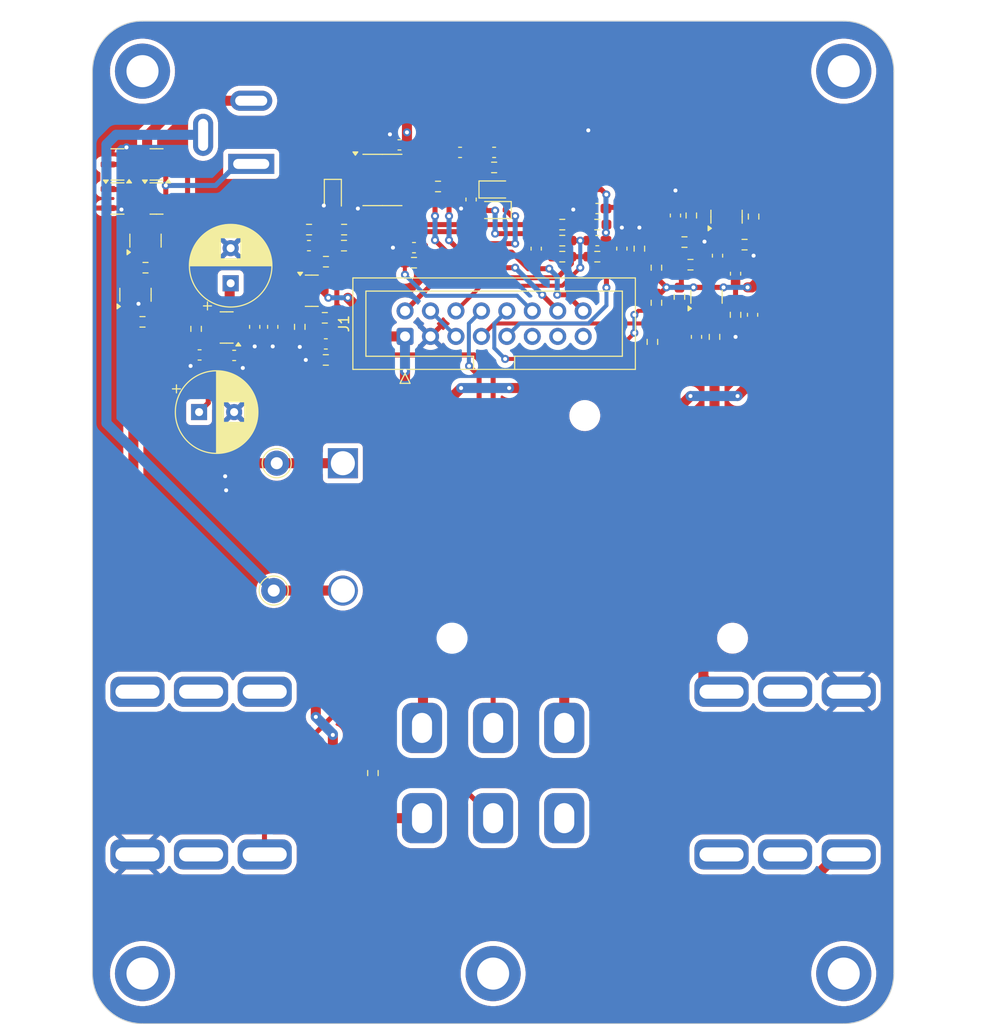
<source format=kicad_pcb>
(kicad_pcb (version 20241229) (generator "pcbnew") (generator_version "9.0")
  (layers (0 "F.Cu" signal) (2 "B.Cu" signal) (13 "F.Paste" user) (15 "B.Paste" user) (5 "F.SilkS" user "F.Silkscreen") (7 "B.SilkS" user "B.Silkscreen") (1 "F.Mask" user) (3 "B.Mask" user) (25 "Edge.Cuts" user))
  (net 0 "")
  (net 1 "0")
  (net 2 "BJT_GAIN")
  (net 3 "Net-(C10-Pad2)")
  (net 4 "BAT-")
  (net 5 "Net-(Q4-B)")
  (net 6 "Net-(C7-Pad2)")
  (net 7 "4V5")
  (net 8 "Net-(C9-Pad1)")
  (net 9 "Net-(Q1-B)")
  (net 10 "BAT+")
  (net 11 "9V")
  (net 12 "Net-(C19-Pad1)")
  (net 13 "Net-(J1A-Pin_6)")
  (net 14 "IN_BUFF")
  (net 15 "Net-(C11-Pad1)")
  (net 16 "Net-(Q2-B)")
  (net 17 "Net-(Q3-B)")
  (net 18 "Net-(Q2-E)")
  (net 19 "OP_OUT")
  (net 20 "/SW_MID")
  (net 21 "/SW_ON")
  (net 24 "Net-(C24-Pad2)")
  (net 26 "Net-(C25-Pad1)")
  (net 27 "Net-(J1C-Pin_16)")
  (net 28 "Net-(J1C-Pin_12)")
  (net 30 "Net-(SW1A-C)")
  (net 31 "Net-(D4-K)")
  (net 32 "Net-(J1E-Pin_10)")
  (net 33 "TONE_OUT")
  (net 35 "Net-(Q4-E)")
  (net 36 "Net-(U1B--)")
  (net 37 "Net-(R19-Pad1)")
  (net 38 "Net-(R33-Pad2)")
  (net 39 "OP_BUFF")
  (net 40 "Net-(J1A-Pin_2)")
  (net 41 "Net-(J1D-Pin_8)")
  (net 43 "Net-(J1B-Pin_7)")
  (net 44 "Net-(J1C-Pin_14)")
  (net 47 "IN_CONNECT")
  (net 50 "CONN+")
  (net 51 "CONN-")
  (net 52 "REG_IN")
  (net 53 "Net-(Q17-D)")
  (net 54 "Net-(SW1B-B)")
  (net 56 "/OUTPUT")
  (net 57 "/INPUT")
  (footprint "Capacitor_SMD:C_0603_1608Metric_Pad1.08x0.95mm_HandSolder" (layer "F.Cu") (at 87.8 67.8 90)
    (property "Reference" "C21" (hide yes))
    (property "Value" "10n")
  )
  (footprint "Diode_SMD:D_SOD-323" (layer "F.Cu") (at 90.2 66.8)
    (property "Reference" "D6" (hide yes))
    (property "Value" "1N4148WS")
  )
  (footprint "Resistor_SMD:R_0603_1608Metric_Pad0.98x0.95mm_HandSolder" (layer "F.Cu") (at 60.35 80.7 90)
    (property "Reference" "R16" (hide yes))
    (property "Value" "1k")
  )
  (footprint "Resistor_SMD:R_0603_1608Metric_Pad0.98x0.95mm_HandSolder" (layer "F.Cu") (at 96.9 71.9)
    (property "Reference" "R30" (hide yes))
    (property "Value" "6.8k")
  )
  (footprint "Resistor_SMD:R_0603_1608Metric_Pad0.98x0.95mm_HandSolder" (layer "F.Cu") (at 75.1125 72.4 180)
    (property "Reference" "R33" (hide yes))
    (property "Value" "510k")
  )
  (footprint "Resistor_SMD:R_0603_1608Metric_Pad0.98x0.95mm_HandSolder" (layer "F.Cu") (at 114.2 79.3 -90)
    (property "Reference" "R17" (hide yes))
    (property "Value" "10k")
  )
  (footprint "Package_TO_SOT_SMD:SOT-23" (layer "F.Cu") (at 56.4 67.7)
    (property "Reference" "Q9" (hide yes))
    (property "Value" "AO3401A")
  )
  (footprint "Resistor_SMD:R_0603_1608Metric_Pad0.98x0.95mm_HandSolder" (layer "F.Cu") (at 106.3 78.1 -90)
    (property "Reference" "R37" (hide yes))
    (property "Value" "2.2k")
  )
  (footprint "Resistor_SMD:R_0603_1608Metric_Pad0.98x0.95mm_HandSolder" (layer "F.Cu") (at 115.1 72.3)
    (property "Reference" "R24" (hide yes))
    (property "Value" "22")
  )
  (footprint "Capacitor_SMD:C_0603_1608Metric_Pad1.08x0.95mm_HandSolder" (layer "F.Cu") (at 100.4 71.9)
    (property "Reference" "C26" (hide yes))
    (property "Value" "100n")
  )
  (footprint "Capacitor_SMD:C_0603_1608Metric_Pad1.08x0.95mm_HandSolder" (layer "F.Cu") (at 110.3 81.5 90)
    (property "Reference" "C9" (hide yes))
    (property "Value" "47n")
  )
  (footprint "pedale:Jack_6.35mm" (layer "F.Cu") (at 112.8 116.885)
    (property "Reference" "J6" (hide yes))
    (property "Value" "Jack_6.35")
  )
  (footprint "Resistor_SMD:R_0603_1608Metric_Pad0.98x0.95mm_HandSolder" (layer "F.Cu") (at 73.3125 74 180)
    (property "Reference" "R34" (hide yes))
    (property "Value" "510k")
  )
  (footprint "Capacitor_SMD:C_0603_1608Metric_Pad1.08x0.95mm_HandSolder" (layer "F.Cu") (at 64.15 83.35)
    (property "Reference" "C13" (hide yes))
    (property "Value" "10u")
  )
  (footprint "Capacitor_SMD:C_0603_1608Metric_Pad1.08x0.95mm_HandSolder" (layer "F.Cu") (at 108.2 69.39375 90)
    (property "Reference" "C22" (hide yes))
    (property "Value" "220p")
  )
  (footprint "pedale:BatteryHolder_Eagle_12BH611-GR" (layer "F.Cu") (at 75 94.1 180)
    (property "Reference" "BT1" (hide yes))
    (property "Value" "Battery_Cell")
  )
  (footprint "Capacitor_SMD:C_0603_1608Metric_Pad1.08x0.95mm_HandSolder" (layer "F.Cu") (at 102.85 72.7 90)
    (property "Reference" "C14" (hide yes))
    (property "Value" "10u")
  )
  (footprint "Resistor_SMD:R_0603_1608Metric_Pad0.98x0.95mm_HandSolder" (layer "F.Cu") (at 96.9 70.3 180)
    (property "Reference" "R5" (hide yes))
    (property "Value" "47k")
  )
  (footprint "Resistor_SMD:R_0603_1608Metric_Pad0.98x0.95mm_HandSolder" (layer "F.Cu") (at 109.785 69.39375 90)
    (property "Reference" "R12" (hide yes))
    (property "Value" "470k")
  )
  (footprint "Resistor_SMD:R_0603_1608Metric_Pad0.98x0.95mm_HandSolder" (layer "F.Cu") (at 116 69.5 90)
    (property "Reference" "R25" (hide yes))
    (property "Value" "10k")
  )
  (footprint "Capacitor_SMD:C_0603_1608Metric_Pad1.08x0.95mm_HandSolder" (layer "F.Cu") (at 82.1 72.6)
    (property "Reference" "C24" (hide yes))
    (property "Value" "470n")
  )
  (footprint "pedale:M3_hole_with_spacer" (layer "F.Cu") (at 125 55)
    (property "Reference" "H2" (hide yes))
    (property "Value" "MountingHole")
  )
  (footprint "Resistor_SMD:R_0603_1608Metric_Pad0.98x0.95mm_HandSolder" (layer "F.Cu") (at 73.3 83.8 180)
    (property "Reference" "R21" (hide yes))
    (property "Value" "100k")
  )
  (footprint "pedale:M3_hole_with_spacer" (layer "F.Cu") (at 55 145)
    (property "Reference" "H3" (hide yes))
    (property "Value" "MountingHole")
  )
  (footprint "Resistor_SMD:R_0603_1608Metric_Pad0.98x0.95mm_HandSolder" (layer "F.Cu") (at 75.125 70.8 180)
    (property "Reference" "R32" (hide yes))
    (property "Value" "510k")
  )
  (footprint "Capacitor_SMD:C_0603_1608Metric_Pad1.08x0.95mm_HandSolder" (layer "F.Cu") (at 90.1 63.1)
    (property "Reference" "C7" (hide yes))
    (property "Value" "470n")
  )
  (footprint "Capacitor_SMD:C_0603_1608Metric_Pad1.08x0.95mm_HandSolder" (layer "F.Cu") (at 60.7 83.3)
    (property "Reference" "C18" (hide yes))
    (property "Value" "100n")
  )
  (footprint "Capacitor_SMD:C_0603_1608Metric_Pad1.08x0.95mm_HandSolder" (layer "F.Cu") (at 68 80.5 -90)
    (property "Reference" "C16" (hide yes))
    (property "Value" "10u")
  )
  (footprint "pedale:bottom_plate" (layer "F.Cu") (at 50 50)
    (property "Reference" "P2" (hide yes))
    (property "Value" "bottom_panel")
  )
  (footprint "Resistor_SMD:R_0603_1608Metric_Pad0.98x0.95mm_HandSolder" (layer "F.Cu") (at 73.2 79.6 180)
    (property "Reference" "R11" (hide yes))
    (property "Value" "1k")
  )
  (footprint "Resistor_SMD:R_0603_1608Metric_Pad0.98x0.95mm_HandSolder" (layer "F.Cu") (at 55 80 180)
    (property "Reference" "R35" (hide yes))
    (property "Value" "100k")
  )
  (footprint "Resistor_SMD:R_0603_1608Metric_Pad0.98x0.95mm_HandSolder" (layer "F.Cu") (at 108.6 77.5 90)
    (property "Reference" "R15" (hide yes))
    (property "Value" "470k")
  )
  (footprint "Capacitor_SMD:C_0603_1608Metric_Pad1.08x0.95mm_HandSolder" (layer "F.Cu") (at 66.2 80.5 -90)
    (property "Reference" "C15" (hide yes))
    (property "Value" "10u")
  )
  (footprint "Resistor_SMD:R_0603_1608Metric_Pad0.98x0.95mm_HandSolder" (layer "F.Cu") (at 100.4 73.5)
    (property "Reference" "R29" (hide yes))
    (property "Value" "6.8k")
  )
  (footprint "Diode_SMD:D_SOD-323" (layer "F.Cu") (at 90.2 68.85 180)
    (property "Reference" "D7" (hide yes))
    (property "Value" "1N4148WS")
  )
  (footprint "Resistor_SMD:R_0603_1608Metric_Pad0.98x0.95mm_HandSolder" (layer "F.Cu") (at 96.9 73.5)
    (property "Reference" "R28" (hide yes))
    (property "Value" "2.2k")
  )
  (footprint "Package_TO_SOT_SMD:SOT-23" (layer "F.Cu") (at 113.3 69.5125 90)
    (property "Reference" "Q4" (hide yes))
    (property "Value" "MMBT5551")
  )
  (footprint "pedale:boss_DS1_front_plate" (layer "F.Cu") (at 50 50)
    (property "Reference" "P1" (hide yes))
    (property "Value" "boss_DS1_front_panel")
  )
  (footprint "Package_TO_SOT_SMD:SOT-23" (layer "F.Cu") (at 54.3 77.3 90)
    (property "Reference" "Q17" (hide yes))
    (property "Value" "AO3400A")
  )
  (footprint "pedale:foot_switch_tht_no_pad" (layer "F.Cu") (at 90 125)
    (property "Reference" "SW1" (hide yes))
    (property "Value" "pedala_switch")
  )
  (footprint "pedale:floating_green_led" (layer "F.Cu") (at 74 138 180)
    (property "Reference" "D8" (hide yes))
    (property "Value" "floating_green_led")
  )
  (footprint "Package_TO_SOT_SMD:SOT-23" (layer "F.Cu") (at 63.4 80.5625 180)
    (property "Reference" "Q3" (hide yes))
    (property "Value" "MMBT5551")
  )
  (footprint "pedale:M3_hole_with_spacer" (layer "F.Cu") (at 125 145)
    (property "Reference" "H5" (hide yes))
    (property "Value" "MountingHole")
  )
  (footprint "Capacitor_SMD:C_0603_1608Metric_Pad1.08x0.95mm_HandSolder" (layer "F.Cu") (at 73.3 82.2)
    (property "Reference" "C11" (hide yes))
    (property "Value" "1u")
  )
  (footprint "Capacitor_SMD:C_0603_1608Metric_Pad1.08x0.95mm_HandSolder" (layer "F.Cu") (at 94.3 72.7 90)
    (property "Reference" "C25" (hide yes))
    (property "Value" "22n")
  )
  (footprint "pedale:Jack_6.35mm" (layer "F.Cu") (at 67.2 133.115 180)
    (property "Reference" "J2" (hide yes))
    (property "Value" "Jack_6.35")
  )
  (footprint "Package_TO_SOT_SMD:SOT-23" (layer "F.Cu") (at 55.3 71.9 90)
    (property "Reference" "Q7" (hide yes))
    (property "Value" "AO3401A")
  )
  (footprint "Package_TO_SOT_SMD:SOT-23" (layer "F.Cu") (at 52.5 64.3 180)
    (property "Reference" "Q16" (hide yes))
    (property "Value" "AO3400A")
  )
  (footprint "Resistor_SMD:R_0603_1608Metric_Pad0.98x0.95mm_HandSolder" (layer "F.Cu") (at 112.1 81.5 -90)
    (property "Reference" "R13" (hide yes))
    (property "Value" "1k")
  )
  (footprint "Package_SO:SOIC-8_3.9x4.9mm_P1.27mm" (layer "F.Cu") (at 78.95 65.85)
    (property "Reference" "U1" (hide yes))
    (property "Value" "NE5532")
  )
  (footprint "Package_TO_SOT_SMD:SOT-23" (layer "F.Cu") (at 71.9 76.9)
    (property "Reference" "Q2" (hide yes))
    (property "Value" "MMBT5551")
  )
  (footprint "Resistor_SMD:R_0603_1608Metric_Pad0.98x0.95mm_HandSolder" (layer "F.Cu") (at 106.3 74.6 90)
    (property "Reference" "R22" (hide yes))
    (property "Value" "10k")
  )
  (footprint "Resistor_SMD:R_0603_1608Metric_Pad0.98x0.95mm_HandSolder" (layer "F.Cu") (at 70.7 80.5 -90)
    (property "Reference" "R20" (hide yes))
    (property "Value" "10k")
  )
  (footprint "Package_TO_SOT_SMD:SOT-23" (layer "F.Cu") (at 52.5 67.7)
    (property "Reference" "Q15" (hide yes))
    (property "Value" "AO3400A")
  )
  (footprint "pedale:M3_hole_with_spacer" (layer "F.Cu") (at 90 145)
    (property "Reference" "H4" (hide yes))
    (property "Value" "MountingHole")
  )
  (footprint "Resistor_SMD:R_0603_1608Metric_Pad0.98x0.95mm_HandSolder" (layer "F.Cu") (at 105.9 82 -90)
    (property "Reference" "R31" (hide yes))
    (property "Value" "10k")
  )
  (footprint "Package_TO_SOT_SMD:SOT-23" (layer "F.Cu") (at 56.4 64.3 180)
    (property "Reference" "Q11" (hide yes))
    (property "Value" "AO3401A")
  )
  (footprint "pedale:IDC-Header_2x08_P2.54mm_Vertical" (layer "F.Cu") (at 81.21 81.4525 90)
    (property "Reference" "J1")
    (property "Value" "top_panel_connector")
  )
  (footprint "Resistor_SMD:R_0603_1608Metric_Pad0.98x0.95mm_HandSolder" (layer "F.Cu") (at 104.6 72.7 90)
    (property "Reference" "R23" (hide yes))
    (property "Value" "10k")
  )
  (footprint "TestPoint:TestPoint_THTPad_D2.5mm_Drill1.2mm" (layer "F.Cu") (at 68.4 94.1)
    (property "Reference" "J7" (hide yes))
    (property "Value" "Conn_01x01_Socket")
  )
  (footprint "Capacitor_SMD:C_0603_1608Metric_Pad1.08x0.95mm_HandSolder" (layer "F.Cu") (at 115.9 79.3 -90)
    (property "Reference" "C27" (hide yes))
    (property "Value" "47n")
  )
  (footprint "pedale:floating_red_led" (layer "F.Cu") (at 106 138 180)
    (property "Reference" "D9" (hide yes))
    (property "Value" "floating_red_led")
  )
  (footprint "Resistor_SMD:R_0603_1608Metric_Pad0.98x0.95mm_HandSolder" (layer "F.Cu") (at 109.1 72.04375)
    (property "Reference" "R10" (hide yes))
    (property "Value" "100k")
  )
  (footprint "Capacitor_SMD:C_0603_1608Metric_Pad1.08x0.95mm_HandSolder" (layer "F.Cu") (at 100.4 68.7 180)
    (property "Reference" "C10" (hide yes))
    (property "Value" "47n")
  )
  (footprint "Package_TO_SOT_SMD:SOT-23" (layer "F.Cu") (at 111.3 77.5 90)
    (property "Reference" "Q1" (hide yes))
    (property "Value" "MMBT5551")
  )
  (footprint "Capacitor_SMD:C_0603_1608Metric_Pad1.08x0.95mm_HandSolder" (layer "F.Cu") (at 114.2 75.2 90)
    (property "Reference" "C23" (hide yes))
    (property "Value" "470n")
  )
  (footprint "Capacitor_SMD:C_0603_1608Metric_Pad1.08x0.95mm_HandSolder" (layer "F.Cu") (at 112.4 73.4 90)
    (property "Reference" "C19" (hide yes))
    (property "Value" "47n")
  )
  (footprint "Capacitor_SMD:C_0603_1608Metric_Pad1.08x0.95mm_HandSolder" (layer "F.Cu") (at 71.6125 72.4 180)
    (property "Reference" "C12" (hide yes))
    (property "Value" "47n")
  )
  (footprint "Resistor_SMD:R_0603_1608Metric_Pad0.98x0.95mm_HandSolder" (layer "F.Cu") (at 82.1 74.1 180)
    (property "Reference" "R4" (hide yes))
    (property "Value" "4.7k")
  )
  (footprint "Resistor_SMD:R_0603_1608Metric_Pad0.98x0.95mm_HandSolder" (layer "F.Cu") (at 84.5 66.5)
    (property "Reference" "R6" (hide yes))
    (property "Value" "100k")
  )
  (footprint "Resistor_SMD:R_0603_1608Metric_Pad0.98x0.95mm_HandSolder" (layer "F.Cu") (at 78 125 90)
    (property "Reference" "R38" (hide yes))
    (property "Value" "2.2k")
  )
  (footprint "TestPoint:TestPoint_THTPad_D2.5mm_Drill1.2mm" (layer "F.Cu") (at 68.1 106.8)
    (property "Reference" "J8" (hide yes))
    (property "Value" "Conn_01x01_Socket")
  )
  (footprint "Capacitor_THT:CP_Radial_D8.0mm_P3.50mm" (layer "F.Cu") (at 60.647349 89)
    (property "Reference" "C8" (hide yes))
    (property "Value" "470u")
  )
  (footprint "Resistor_SMD:R_0603_1608Metric_Pad0.98x0.95mm_HandSolder" (layer "F.Cu") (at 100.4 70.3 180)
    (property "Reference" "R3" (hide yes))
    (property "Value" "100k")
  )
  (footprint "Resistor_SMD:R_0603_1608Metric_Pad0.98x0.95mm_HandSolder" (layer "F.Cu") (at 55.3 74.6 180)
    (property "Reference" "R36" (hide yes))
    (property "Value" "100k")
  )
  (footprint "Capacitor_SMD:C_0603_1608Metric_Pad1.08x0.95mm_HandSolder" (layer "F.Cu") (at 80.65 62.35)
    (property "Reference" "C17" (hide yes))
    (property "Value" "100n")
  )
  (footprint "Diode_SMD:D_SOD-323" (layer "F.Cu") (at 74 67.4 -90)
    (property "Reference" "D4" (hide yes))
    (property "Value" "1N4148WS")
  )
  (footprint "pedale:BarrelJack" (layer "F.Cu") (at 65.85 64.25 180)
    (property "Reference" "J9" (hide yes))
    (property "Value" "Barrel_Jack_Switch")
  )
  (footprint "Capacitor_THT:CP_Radial_D8.0mm_P3.50mm" (layer "F.Cu") (at 63.8 76.152651 90)
    (property "Reference" "C2" (hide yes))
    (property "Value" "470u")
  )
  (footprint "Capacitor_SMD:C_0603_1608Metric_Pad1.08x0.95mm_HandSolder" (layer "F.Cu") (at 86.7 63.1 180)
    (property "Reference" "C20" (hide yes))
    (property "Value" "100p")
  )
  (footprint "pedale:M3_hole_with_spacer" (layer "F.Cu") (at 55 55)
    (property "Reference" "H1" (hide yes))
    (property "Value" "MountingHole")
  )
  (footprint "Resistor_SMD:R_0603_1608Metric_Pad0.98x0.95mm_HandSolder" (layer "F.Cu") (at 90.1 64.6)
    (property "Reference" "R14" (hide yes))
    (property "Value" "2.2k")
  )
  (footprint "Resistor_SMD:R_0603_1608Metric_Pad0.98x0.95mm_HandSolder" (layer "F.Cu") (at 71.625 70.8 180)
    (property "Reference" "R19" (hide yes))
    (property "Value" "510k")
  )
  (footprint "Resistor_SMD:R_0603_1608Metric_Pad0.98x0.95mm_HandSolder" (layer "F.Cu") (at 109.7 74.3)
    (property "Reference" "R27" (hide yes))
    (property "Value" "100k")
  )
  (gr_line (start 130 145) (end 130 55) (stroke (width 0.1)) (layer "Edge.Cuts"))
  (gr_arc (start 125 50) (mid 128.535533 51.464467) (end 130 55) (stroke (width 0.1)) (layer "Edge.Cuts"))
  (gr_arc (start 55 150) (mid 51.464467 148.535533) (end 50 145) (stroke (width 0.1)) (layer "Edge.Cuts"))
  (gr_line (start 55 150) (end 125 150) (stroke (width 0.1)) (layer "Edge.Cuts"))
  (gr_arc (start 50 55) (mid 51.464467 51.464467) (end 55 50) (stroke (width 0.1)) (layer "Edge.Cuts"))
  (gr_arc (start 130 145) (mid 128.535533 148.535533) (end 125 150) (stroke (width 0.1)) (layer "Edge.Cuts"))
  (gr_line (start 50 55) (end 50 145) (stroke (width 0.1)) (layer "Edge.Cuts"))
  (gr_line (start 125 50) (end 55 50) (stroke (width 0.1)) (layer "Edge.Cuts"))
  (segment (start 76.5 67.78) (end 76.475 67.755) (width 1) (layer "F.Cu") (net 1))
  (segment (start 114.2 81.5) (end 114.2 80.2125) (width 1) (layer "F.Cu") (net 1))
  (segment (start 71.3 83.8) (end 72.3875 83.8) (width 1) (layer "F.Cu") (net 1))
  (segment (start 86.8 68.7) (end 87.7625 68.7) (width 1) (layer "F.Cu") (net 1))
  (segment (start 79.7 61.3) (end 79.7 62.2625) (width 1) (layer "F.Cu") (net 1))
  (segment (start 110.05625 72) (end 110.0125 72.04375) (width 1) (layer "F.Cu") (net 1))
  (segment (start 53.3875 63.3625) (end 53.425 63.4) (width 0.5) (layer "F.Cu") (net 1))
  (segment (start 53.3875 62.6125) (end 53.3875 63.3625) (width 0.5) (layer "F.Cu") (net 1))
  (segment (start 73.1 68.4) (end 73.95 68.4) (width 1) (layer "F.Cu") (net 1))
  (segment (start 53.4 62.6) (end 53.3875 62.6125) (width 0.5) (layer "F.Cu") (net 1))
  (segment (start 70.7 82.5) (end 70.7 81.4125) (width 1) (layer "F.Cu") (net 1))
  (segment (start 76.5 68.7) (end 76.5 67.78) (width 1) (layer "F.Cu") (net 1))
  (segment (start 79.7 62.2625) (end 79.7875 62.35) (width 1) (layer "F.Cu") (net 1))
  (segment (start 68 82.45) (end 68 81.3625) (width 1) (layer "F.Cu") (net 1))
  (segment (start 54.6 78.2) (end 55.2125 78.2) (width 1) (layer "F.Cu") (net 1))
  (segment (start 111.1 72) (end 110.05625 72) (width 1) (layer "F.Cu") (net 1))
  (segment (start 116 73.4) (end 116 72.3125) (width 1) (layer "F.Cu") (net 1))
  (segment (start 102.85 71.8375) (end 102.85 70.6) (width 0.5) (layer "F.Cu") (net 1))
  (segment (start 80 72.6) (end 81.2375 72.6) (width 1) (layer "F.Cu") (net 1))
  (segment (start 87.7625 68.7) (end 87.8 68.6625) (width 1) (layer "F.Cu") (net 1))
  (segment (start 116 72.3125) (end 116.0125 72.3) (width 1) (layer "F.Cu") (net 1))
  (segment (start 104.6 71.7875) (end 104.6 70.6) (width 0.5) (layer "F.Cu") (net 1))
  (segment (start 65.0125 84.6) (end 65.0125 83.35) (width 0.5) (layer "F.Cu") (net 1))
  (segment (start 73.95 68.4) (end 74 68.45) (width 1) (layer "F.Cu") (net 1))
  (segment (start 55.2125 78.2) (end 55.25 78.2375) (width 1) (layer "F.Cu") (net 1))
  (segment (start 66.2 82.45) (end 66.2 81.3625) (width 1) (layer "F.Cu") (net 1))
  (segment (start 62.95 97.2) (end 63.35 96.8) (width 0.5) (layer "F.Cu") (net 1))
  (via (at 102.85 70.6) (size 0.8) (drill 0.4) (layers "F.Cu" "B.Cu") (net 1))
  (via (at 73.1 68.4) (size 0.8) (drill 0.4) (layers "F.Cu" "B.Cu") (net 1))
  (via (at 108.2 66.9) (size 0.8) (drill 0.4) (layers "F.Cu" "B.Cu") (net 1))
  (via (at 98 68.8) (size 0.8) (drill 0.4) (layers "F.Cu" "B.Cu") (net 1))
  (via (at 68 82.45) (size 0.8) (drill 0.4) (layers "F.Cu" "B.Cu") (net 1))
  (via (at 65.0125 84.6) (size 0.8) (drill 0.4) (layers "F.Cu" "B.Cu") (net 1))
  (via (at 63.35 96.8) (size 0.8) (drill 0.4) (layers "F.Cu" "B.Cu") (net 1))
  (via (at 86.8 68.7) (size 0.8) (drill 0.4) (layers "F.Cu" "B.Cu") (net 1))
  (via (at 111.1 72) (size 0.8) (drill 0.4) (layers "F.Cu" "B.Cu") (net 1))
  (via (at 59.8 84.4) (size 0.8) (drill 0.4) (layers "F.Cu" "B.Cu") (net 1))
  (via (at 79.7 61.3) (size 0.8) (drill 0.4) (layers "F.Cu" "B.Cu") (net 1))
  (via (at 99.5 60.9) (size 0.8) (drill 0.4) (layers "F.Cu" "B.Cu") (net 1))
  (via (at 70.7 82.5) (size 0.8) (drill 0.4) (layers "F.Cu" "B.Cu") (net 1))
  (via (at 76.5 68.7) (size 0.8) (drill 0.4) (layers "F.Cu" "B.Cu") (net 1))
  (via (at 66.2 82.45) (size 0.8) (drill 0.4) (layers "F.Cu" "B.Cu") (net 1))
  (via (at 71.3 83.8) (size 0.8) (drill 0.4) (layers "F.Cu" "B.Cu") (net 1))
  (via (at 116 73.4) (size 0.8) (drill 0.4) (layers "F.Cu" "B.Cu") (net 1))
  (via (at 52.9 68.8) (size 0.8) (drill 0.4) (layers "F.Cu" "B.Cu") (net 1))
  (via (at 54.6 78.2) (size 0.8) (drill 0.4) (layers "F.Cu" "B.Cu") (net 1))
  (via (at 53.4 62.6) (size 0.8) (drill 0.4) (layers "F.Cu" "B.Cu") (net 1))
  (via (at 114.2 81.5) (size 0.8) (drill 0.4) (layers "F.Cu" "B.Cu") (net 1))
  (via (at 63.25 95.4) (size 0.8) (drill 0.4) (layers "F.Cu" "B.Cu") (net 1))
  (via (at 104.6 70.6) (size 0.8) (drill 0.4) (layers "F.Cu" "B.Cu") (net 1))
  (via (at 80 72.6) (size 0.8) (drill 0.4) (layers "F.Cu" "B.Cu") (net 1))
  (segment (start 116 68.5875) (end 101.35 68.5875) (width 0.5) (layer "F.Cu") (net 2))
  (segment (start 97.8125 70.3) (end 99.4275 70.3) (width 0.5) (layer "F.Cu") (net 3))
  (segment (start 99.4525 70.325) (end 99.4525 68.715) (width 0.5) (layer "F.Cu") (net 3))
  (segment (start 99.4525 68.715) (end 99.4375 68.7) (width 0.5) (layer "F.Cu") (net 3))
  (segment (start 99.4275 70.3) (end 99.4525 70.325) (width 0.5) (layer "F.Cu") (net 3))
  (segment (start 68.1 106.8) (end 75 106.8) (width 1) (layer "F.Cu") (net 4))
  (segment (start 61.35 61.0875) (end 61.3 61.1375) (width 0.5) (layer "F.Cu") (net 4))
  (segment (start 51.4 90.1) (end 68.1 106.8) (width 1) (layer "B.Cu") (net 4))
  (segment (start 52.35 61.35) (end 51.4 62.3) (width 1) (layer "B.Cu") (net 4))
  (segment (start 51.4 62.3) (end 51.4 90.1) (width 1) (layer "B.Cu") (net 4))
  (segment (start 61.05 61.35) (end 52.35 61.35) (width 1) (layer "B.Cu") (net 4))
  (segment (start 112.35 70.45) (end 112.35 72.4875) (width 0.5) (layer "F.Cu") (net 5))
  (segment (start 108.1875 70.26875) (end 108.2 70.25625) (width 0.5) (layer "F.Cu") (net 5))
  (segment (start 108.1875 72.04375) (end 108.1875 70.26875) (width 0.5) (layer "F.Cu") (net 5))
  (segment (start 109.735 70.25625) (end 109.785 70.30625) (width 0.5) (layer "F.Cu") (net 5))
  (segment (start 112.35 72.4875) (end 112.4 72.5375) (width 0.5) (layer "F.Cu") (net 5))
  (segment (start 108.2 70.25625) (end 109.735 70.25625) (width 0.5) (layer "F.Cu") (net 5))
  (segment (start 109.785 70.30625) (end 112.20625 70.30625) (width 0.5) (layer "F.Cu") (net 5))
  (segment (start 112.20625 70.30625) (end 112.35 70.45) (width 0.5) (layer "F.Cu") (net 5))
  (segment (start 90.9625 64.55) (end 91.0125 64.6) (width 0.5) (layer "F.Cu") (net 6))
  (segment (start 90.9625 63.1) (end 90.9625 64.55) (width 0.5) (layer "F.Cu") (net 6))
  (segment (start 87.301 71.001) (end 76.2385 71.001) (width 0.5) (layer "F.Cu") (net 7))
  (segment (start 91.85 69.45) (end 91.25 68.85) (width 0.5) (layer "F.Cu") (net 7))
  (segment (start 101.375 73.5625) (end 101.3125 73.5) (width 0.5) (layer "F.Cu") (net 7))
  (segment (start 76.025 70.8125) (end 76.0375 70.8) (width 0.5) (layer "F.Cu") (net 7))
  (segment (start 108.7875 76.4) (end 108.6 76.5875) (width 0.5) (layer "F.Cu") (net 7))
  (segment (start 101.3125 73.5) (end 101.3125 76.59) (width 0.5) (layer "F.Cu") (net 7))
  (segment (start 102.85 73.5625) (end 106.275 73.5625) (width 0.5) (layer "F.Cu") (net 7))
  (segment (start 91.25 66.8) (end 100.8 66.8) (width 0.5) (layer "F.Cu") (net 7))
  (segment (start 76.025 72.4) (end 76.025 70.8125) (width 0.5) (layer "F.Cu") (net 7))
  (segment (start 92.2 69.45) (end 91.85 69.45) (width 0.5) (layer "F.Cu") (net 7))
  (segment (start 101.3125 73.5) (end 101.3125 71.95) (width 0.5) (layer "F.Cu") (net 7))
  (segment (start 88.5 72.2) (end 87.301 71.001) (width 0.5) (layer "F.Cu") (net 7))
  (segment (start 76.2385 71.001) (end 76.0375 70.8) (width 0.5) (layer "F.Cu") (net 7))
  (segment (start 101.3125 71.95) (end 101.2625 71.9) (width 0.5) (layer "F.Cu") (net 7))
  (segment (start 101.2625 71.9) (end 101.2625 71.1) (width 0.5) (layer "F.Cu") (net 7))
  (segment (start 108.1 73.6125) (end 108.7875 74.3) (width 0.5) (layer "F.Cu") (net 7))
  (segment (start 92.2 72.2) (end 88.5 72.2) (width 0.5) (layer "F.Cu") (net 7))
  (segment (start 102.85 73.5625) (end 101.375 73.5625) (width 0.5) (layer "F.Cu") (net 7))
  (segment (start 106.275 73.5625) (end 106.3375 73.5) (width 0.5) (layer "F.Cu") (net 7))
  (segment (start 106.35 73.6125) (end 108.1 73.6125) (width 0.5) (layer "F.Cu") (net 7))
  (segment (start 101.2625 71.1) (end 101.2625 70.05) (width 0.5) (layer "F.Cu") (net 7))
  (segment (start 100.8 66.8) (end 101.3 67.3) (width 0.5) (layer "F.Cu") (net 7))
  (segment (start 91.25 66.8) (end 91.25 68.85) (width 0.5) (layer "F.Cu") (net 7))
  (segment (start 108.7875 74.3) (end 108.7875 76.4) (width 0.5) (layer "F.Cu") (net 7))
  (via (at 101.2625 71.1) (size 0.8) (drill 0.4) (layers "F.Cu" "B.Cu") (net 7))
  (via (at 101.3 67.3) (size 0.8) (drill 0.4) (layers "F.Cu" "B.Cu") (net 7))
  (via (at 101.3125 76.59) (size 0.8) (drill 0.4) (layers "F.Cu" "B.Cu") (net 7))
  (via (at 92.2 72.2) (size 0.8) (drill 0.4) (layers "F.Cu" "B.Cu") (net 7))
  (via (at 92.2 69.45) (size 0.8) (drill 0.4) (layers "F.Cu" "B.Cu") (net 7))
  (segment (start 91.37 81.4525) (end 92.659 80.1635) (width 0.4) (layer "B.Cu") (net 7))
  (segment (start 101.2625 71.1) (end 101.2625 67.3375) (width 0.5) (layer "B.Cu") (net 7))
  (segment (start 101.2625 67.3375) (end 101.3 67.3) (width 0.5) (layer "B.Cu") (net 7))
  (segment (start 92.659 80.1635) (end 99.508182 80.1635) (width 0.4) (layer "B.Cu") (net 7))
  (segment (start 92.2 69.45) (end 92.2 72.2) (width 0.5) (layer "B.Cu") (net 7))
  (segment (start 99.508182 80.1635) (end 101.3125 78.359182) (width 0.4) (layer "B.Cu") (net 7))
  (segment (start 101.3125 78.359182) (end 101.3125 76.59) (width 0.4) (layer "B.Cu") (net 7))
  (segment (start 110.3 82.3625) (end 110.325 82.3625) (width 0.5) (layer "F.Cu") (net 8))
  (segment (start 110.325 82.3625) (end 112.1 80.5875) (width 0.5) (layer "F.Cu") (net 8))
  (segment (start 110.325 78.4125) (end 110.35 78.4375) (width 0.5) (layer "F.Cu") (net 9))
  (segment (start 110.3 80.6375) (end 110.3 78.4875) (width 0.5) (layer "F.Cu") (net 9))
  (segment (start 108.6 78.4125) (end 110.325 78.4125) (width 0.5) (layer "F.Cu") (net 9))
  (segment (start 110.3 78.4875) (end 110.35 78.4375) (width 0.5) (layer "F.Cu") (net 9))
  (segment (start 60.5 94.1) (end 68.4 94.1) (width 1) (layer "F.Cu") (net 10))
  (segment (start 55.9125 80) (end 56.6 79.3125) (width 0.5) (layer "F.Cu") (net 10))
  (segment (start 56.6 74.9875) (end 56.2125 74.6) (width 0.5) (layer "F.Cu") (net 10))
  (segment (start 56.25 72.8375) (end 56.25 74.5625) (width 0.5) (layer "F.Cu") (net 10))
  (segment (start 74.55 94.1) (end 74.8 93.85) (width 1) (layer "F.Cu") (net 10))
  (segment (start 68.2 93.4) (end 68.4 93.6) (width 0.5) (layer "F.Cu") (net 10))
  (segment (start 68.4 94.1) (end 74.55 94.1) (width 1) (layer "F.Cu") (net 10))
  (segment (start 55.9125 80) (end 55.9125 80.4875) (width 1) (layer "F.Cu") (net 10))
  (segment (start 55.9 80.5) (end 55.9 89.5) (width 1) (layer "F.Cu") (net 10))
  (segment (start 55.9 89.5) (end 60.5 94.1) (width 1) (layer "F.Cu") (net 10))
  (segment (start 55.9125 80.4875) (end 55.9 80.5) (width 1) (layer "F.Cu") (net 10))
  (segment (start 56.25 74.5625) (end 56.2125 74.6) (width 0.5) (layer "F.Cu") (net 10))
  (segment (start 56.6 79.3125) (end 56.6 74.9875) (width 0.5) (layer "F.Cu") (net 10))
  (segment (start 82.9 129.5) (end 76.8 129.5) (width 1) (layer "F.Cu") (net 11))
  (segment (start 64.3375 79.6125) (end 63.7 78.975) (width 1) (layer "F.Cu") (net 11))
  (segment (start 76.8 129.5) (end 76.5 129.2) (width 1) (layer "F.Cu") (net 11))
  (segment (start 107.3 76.5625) (end 106.35 75.6125) (width 0.5) (layer "F.Cu") (net 11))
  (segment (start 110 76.5625) (end 113 76.5625) (width 0.5) (layer "F.Cu") (net 11))
  (segment (start 118.5 69.4125) (end 117.5 70.4125) (width 1) (layer "F.Cu") (net 11))
  (segment (start 117.5 70.4125) (end 116 70.4125) (width 1) (layer "F.Cu") (net 11))
  (segment (start 68.2 76.9) (end 68 77.1) (width 1) (layer "F.Cu") (net 11))
  (segment (start 68 68.3) (end 77.6 58.7) (width 1) (layer "F.Cu") (net 11))
  (segment (start 106.35 75.6125) (end 106.35 75.5625) (width 0.5) (layer "F.Cu") (net 11))
  (segment (start 115.8375 76.5625) (end 117.5 74.9) (width 1) (layer "F.Cu") (net 11))
  (segment (start 115.4 76.5625) (end 115.8375 76.5625) (width 1) (layer "F.Cu") (net 11))
  (segment (start 81.4 61.1) (end 81.4 63.7) (width 1) (layer "F.Cu") (net 11))
  (segment (start 76.5 119.6) (end 81.2 114.9) (width 1) (layer "F.Cu") (net 11))
  (segment (start 70 76.9) (end 68.2 76.9) (width 1) (layer "F.Cu") (net 11))
  (segment (start 118.5 67.2) (end 118.5 69.4125) (width 1) (layer "F.Cu") (net 11))
  (segment (start 110 76.5625) (end 111.3 76.5625) (width 0.5) (layer "F.Cu") (net 11))
  (segment (start 68 78.4) (end 68 68.3) (width 1) (layer "F.Cu") (net 11))
  (segment (start 117.5 74.9) (end 117.5 70.4125) (width 1) (layer "F.Cu") (net 11))
  (segment (start 76.5 129.2) (end 76.5 119.6) (width 1) (layer "F.Cu") (net 11))
  (segment (start 80.8 58.7) (end 81.4 59.3) (width 1) (layer "F.Cu") (net 11))
  (segment (start 75.5 77.6) (end 79.3525 81.4525) (width 1) (layer "F.Cu") (net 11))
  (segment (start 68 79.6375) (end 67.975 79.6125) (width 1) (layer "F.Cu") (net 11))
  (segment (start 72.85 76.9) (end 72.8375 76.9) (width 0.5) (layer "F.Cu") (net 11))
  (segment (start 106.3 77.1875) (end 106.675 77.1875) (width 0.5) (layer "F.Cu") (net 11))
  (segment (start 110 58.7) (end 118.5 67.2) (width 1) (layer "F.Cu") (net 11))
  (segment (start 81.2 114.9) (end 81.2 84.9) (width 1) (layer "F.Cu") (net 11))
  (segment (start 72.8375 76.9) (end 70 76.9) (width 0.5) (layer "F.Cu") (net 11))
  (segment (start 63.7 78.975) (end 63.7 76.2) (width 1) (layer "F.Cu") (net 11))
  (segment (start 106.675 77.1875) (end 107.3 76.5625) (width 0.5) (layer "F.Cu") (net 11))
  (segment (start 63.7 76.2) (end 63.8 76.1) (width 1) (layer "F.Cu") (net 11))
  (segment (start 81.4 59.3) (end 81.4 61.1) (width 1) (layer "F.Cu") (net 11))
  (segment (start 67.975 79.6125) (end 64.3375 79.6125) (width 1) (layer "F.Cu") (net 11))
  (segment (start 77.6 58.7) (end 80.8 58.7) (width 1) (layer "F.Cu") (net 11))
  (segment (start 79.3525 81.4525) (end 81.21 81.4525) (width 1) (layer "F.Cu") (net 11))
  (segment (start 68 78.4) (end 68 79.6375) (width 1) (layer "F.Cu") (net 11))
  (segment (start 80.8 58.7) (end 110 58.7) (width 1) (layer "F.Cu") (net 11))
  (segment (start 68 77.1) (end 68 78.4) (width 1) (layer "F.Cu") (net 11))
  (segment (start 106.35 75.5625) (end 106.3 75.5125) (width 0.5) (layer "F.Cu") (net 11))
  (segment (start 73.55 77.6) (end 72.85 76.9) (width 0.5) (layer "F.Cu") (net 11))
  (via (at 73.55 77.6) (size 0.8) (drill 0.4) (layers "F.Cu" "B.Cu") (net 11))
  (via (at 75.5 77.6) (size 0.8) (drill 0.4) (layers "F.Cu" "B.Cu") (net 11))
  (via (at 110 76.5625) (size 0.8) (drill 0.4) (layers "F.Cu" "B.Cu") (net 11))
  (via (at 107.3 76.5625) (size 0.8) (drill 0.4) (layers "F.Cu" "B.Cu") (net 11))
  (via (at 81.2 84.9) (size 0.8) (drill 0.4) (layers "F.Cu" "B.Cu") (net 11))
  (via (at 81.4 61.1) (size 0.8) (drill 0.4) (layers "F.Cu" "B.Cu") (net 11))
  (via (at 115.4 76.5625) (size 0.8) (drill 0.4) (layers "F.Cu" "B.Cu") (net 11))
  (via (at 113 76.5625) (size 0.8) (drill 0.4) (layers "F.Cu" "B.Cu") (net 11))
  (segment (start 81.2 84.9) (end 81.2 81.4625) (width 1) (layer "B.Cu") (net 11))
  (segment (start 115.4 76.5625) (end 113 76.5625) (width 0.5) (layer "B.Cu") (net 11))
  (segment (start 107.3 76.5625) (end 110 76.5625) (width 0.5) (layer "B.Cu") (net 11))
  (segment (start 73.55 77.6) (end 75.5 77.6) (width 0.5) (layer "B.Cu") (net 11))
  (segment (start 81.2 81.4625) (end 81.21 81.4525) (width 1) (layer "B.Cu") (net 11))
  (segment (start 114.2 74.3375) (end 110.65 74.3375) (width 0.5) (layer "F.Cu") (net 12))
  (segment (start 110.65 74.3375) (end 110.6125 74.3) (width 0.5) (layer "F.Cu") (net 12))
  (segment (start 99.5375 71.9) (end 98.7 71.9) (width 0.5) (layer "F.Cu") (net 13))
  (segment (start 98.7 71.9) (end 97.8125 71.9) (width 0.5) (layer "F.Cu") (net 13))
  (segment (start 96.9 76.4) (end 88.8025 76.4) (width 0.4) (layer "F.Cu") (net 13))
  (segment (start 88.8025 76.4) (end 86.29 78.9125) (width 0.4) (layer "F.Cu") (net 13))
  (segment (start 98.7 74.6) (end 96.9 76.4) (width 0.4) (layer "F.Cu") (net 13))
  (via (at 98.7 74.6) (size 0.8) (drill 0.4) (layers "F.Cu" "B.Cu") (net 13))
  (via (at 98.7 71.9) (size 0.8) (drill 0.4) (layers "F.Cu" "B.Cu") (net 13))
  (segment (start 98.7 74.6) (end 98.7 71.9) (width 0.4) (layer "B.Cu") (net 13))
  (segment (start 115.9 78.4375) (end 114.25 78.4375) (width 0.5) (layer "F.Cu") (net 14))
  (segment (start 114.25 78.4375) (end 114.2 78.3875) (width 0.5) (layer "F.Cu") (net 14))
  (segment (start 114.2 78.3875) (end 114.2 76.0625) (width 0.5) (layer "F.Cu") (net 14))
  (segment (start 112.25 78.4375) (end 114.15 78.4375) (width 0.5) (layer "F.Cu") (net 14))
  (segment (start 114.15 78.4375) (end 114.2 78.3875) (width 0.5) (layer "F.Cu") (net 14))
  (segment (start 72.4375 81.275) (end 74.1125 79.6) (width 0.4) (layer "F.Cu") (net 15))
  (segment (start 72.4375 82.2) (end 72.4375 81.275) (width 0.4) (layer "F.Cu") (net 15))
  (segment (start 70.7 75.6875) (end 70.7 72.45) (width 0.5) (layer "F.Cu") (net 16))
  (segment (start 70.9625 75.95) (end 70.95 75.95) (width 0.5) (layer "F.Cu") (net 16))
  (segment (start 70.95 75.95) (end 70.8 75.8) (width 0.5) (layer "F.Cu") (net 16))
  (segment (start 70.75 72.4) (end 70.75 70.8125) (width 0.5) (layer "F.Cu") (net 16))
  (segment (start 70.725 70.8125) (end 70.7125 70.8) (width 0.5) (layer "F.Cu") (net 16))
  (segment (start 61.5625 88.084849) (end 60.647349 89) (width 0.5) (layer "F.Cu") (net 17))
  (segment (start 61.5625 83.3) (end 63.45 83.3) (width 0.5) (layer "F.Cu") (net 17))
  (segment (start 60.45 81.5125) (end 60.35 81.6125) (width 0.5) (layer "F.Cu") (net 17))
  (segment (start 61.5625 83.3) (end 61.5625 88.084849) (width 0.5) (layer "F.Cu") (net 17))
  (segment (start 64.3375 81.5125) (end 60.45 81.5125) (width 0.5) (layer "F.Cu") (net 17))
  (segment (start 63.45 83.3) (end 64.35 82.4) (width 0.5) (layer "F.Cu") (net 17))
  (segment (start 64.35 82.4) (end 64.35 81.65) (width 0.5) (layer "F.Cu") (net 17))
  (segment (start 70.7 78.1125) (end 70.9625 77.85) (width 0.4) (layer "F.Cu") (net 18))
  (segment (start 70.7 79.5875) (end 70.7 78.1125) (width 0.4) (layer "F.Cu") (net 18))
  (segment (start 70.7125 79.6) (end 70.7 79.5875) (width 0.4) (layer "F.Cu") (net 18))
  (segment (start 72.2875 79.6) (end 70.7125 79.6) (width 0.4) (layer "F.Cu") (net 18))
  (segment (start 89.15 66.8) (end 87.5875 66.8) (width 0.5) (layer "F.Cu") (net 19))
  (segment (start 93.6625 71.2) (end 94.3625 71.9) (width 0.5) (layer "F.Cu") (net 19))
  (segment (start 90.2 68.9) (end 89.2 68.9) (width 0.5) (layer "F.Cu") (net 19))
  (segment (start 89.1875 68.8875) (end 89.1875 64.6) (width 0.5) (layer "F.Cu") (net 19))
  (segment (start 87.5875 66.8) (end 87.5 66.8875) (width 0.5) (layer "F.Cu") (net 19))
  (segment (start 94.3625 71.9) (end 95.9875 71.9) (width 0.5) (layer "F.Cu") (net 19))
  (segment (start 89.1875 68.8125) (end 89.15 68.85) (width 0.5) (layer "F.Cu") (net 19))
  (segment (start 90.2 68.9) (end 90.1125 68.8125) (width 0.5) (layer "F.Cu") (net 19))
  (segment (start 89.2 68.9) (end 89.1875 68.8875) (width 0.5) (layer "F.Cu") (net 19))
  (segment (start 90.2 71.2) (end 93.6625 71.2) (width 0.5) (layer "F.Cu") (net 19))
  (via (at 90.2 68.9) (size 0.8) (drill 0.4) (layers "F.Cu" "B.Cu") (net 19))
  (via (at 90.2 71.2) (size 0.8) (drill 0.4) (layers "F.Cu" "B.Cu") (net 19))
  (segment (start 90.2 68.9) (end 90.2 71.2) (width 0.5) (layer "B.Cu") (net 19))
  (segment (start 90 122.4) (end 90 85.2) (width 0.5) (layer "F.Cu") (net 20))
  (segment (start 72.4 72.475) (end 72.4 74) (width 0.5) (layer "F.Cu") (net 20))
  (segment (start 90 85.2) (end 88.1 83.3) (width 0.5) (layer "F.Cu") (net 20))
  (segment (start 88.1 83.3) (end 79.4 83.3) (width 0.5) (layer "F.Cu") (net 20))
  (segment (start 72.475 72.4) (end 72.4 72.475) (width 0.5) (layer "F.Cu") (net 20))
  (segment (start 74.4 78.3) (end 74.4 76) (width 0.5) (layer "F.Cu") (net 20))
  (segment (start 74.4 76) (end 72.4 74) (width 0.5) (layer "F.Cu") (net 20))
  (segment (start 79.4 83.3) (end 74.4 78.3) (width 0.5) (layer "F.Cu") (net 20))
  (segment (start 83 90.4) (end 83 119.1) (width 1) (layer "F.Cu") (net 21))
  (segment (start 105.8875 82.9125) (end 105.9 82.9125) (width 1) (layer "F.Cu") (net 21))
  (segment (start 83 119.1) (end 81.7 119.1) (width 1) (layer "F.Cu") (net 21))
  (segment (start 102.2 86.6) (end 105.8875 82.9125) (width 1) (layer "F.Cu") (net 21))
  (segment (start 86.8 86.6) (end 83 90.4) (width 1) (layer "F.Cu") (net 21))
  (segment (start 91.6 86.6) (end 102.2 86.6) (width 1) (layer "F.Cu") (net 21))
  (via (at 86.8 86.6) (size 0.8) (drill 0.4) (layers "F.Cu" "B.Cu") (net 21))
  (via (at 91.6 86.6) (size 0.8) (drill 0.4) (layers "F.Cu" "B.Cu") (net 21))
  (segment (start 86.8 86.6) (end 91.6 86.6) (width 1) (layer "B.Cu") (net 21))
  (segment (start 83.0125 74.1) (end 83.0125 72.65) (width 0.5) (layer "F.Cu") (net 24))
  (segment (start 83.0125 72.65) (end 82.9625 72.6) (width 0.5) (layer "F.Cu") (net 24))
  (segment (start 94.3625 73.5) (end 94.3 73.5625) (width 0.5) (layer "F.Cu") (net 26))
  (segment (start 95.9875 73.5) (end 94.3625 73.5) (width 0.5) (layer "F.Cu") (net 26))
  (segment (start 86.447504 64.214996) (end 87.5625 63.1) (width 0.5) (layer "F.Cu") (net 27))
  (segment (start 81.425 65.215) (end 82.585 65.215) (width 0.5) (layer "F.Cu") (net 27))
  (segment (start 85.6 69.45) (end 85.6 68.1) (width 0.5) (layer "F.Cu") (net 27))
  (segment (start 91.854496 73.051) (end 86.8 73.051) (width 0.5) (layer "F.Cu") (net 27))
  (segment (start 86.447504 67.252496) (end 86.447504 64.214996) (width 0.5) (layer "F.Cu") (net 27))
  (segment (start 84.8 61.9) (end 86.3625 61.9) (width 0.5) (layer "F.Cu") (net 27))
  (segment (start 97.3775 77.3) (end 96.4 77.3) (width 0.5) (layer "F.Cu") (net 27))
  (segment (start 85.6 68.1) (end 86.447504 67.252496) (width 0.5) (layer "F.Cu") (net 27))
  (segment (start 86.3625 61.9) (end 87.5625 63.1) (width 0.5) (layer "F.Cu") (net 27))
  (segment (start 98.99 78.9125) (end 97.3775 77.3) (width 0.5) (layer "F.Cu") (net 27))
  (segment (start 83.7 64.1) (end 83.7 63) (width 0.5) (layer "F.Cu") (net 27))
  (segment (start 83.7 63) (end 84.8 61.9) (width 0.5) (layer "F.Cu") (net 27))
  (segment (start 86.8 73.051) (end 85.6 71.851) (width 0.5) (layer "F.Cu") (net 27))
  (segment (start 93.503496 74.7) (end 91.854496 73.051) (width 0.5) (layer "F.Cu") (net 27))
  (segment (start 82.585 65.215) (end 83.7 64.1) (width 0.5) (layer "F.Cu") (net 27))
  (segment (start 87.5625 63.1) (end 89.2375 63.1) (width 0.5) (layer "F.Cu") (net 27))
  (segment (start 95.6 74.7) (end 93.503496 74.7) (width 0.5) (layer "F.Cu") (net 27))
  (via (at 95.6 74.7) (size 0.8) (drill 0.4) (layers "F.Cu" "B.Cu") (net 27))
  (via (at 85.6 71.851) (size 0.8) (drill 0.4) (layers "F.Cu" "B.Cu") (net 27))
  (via (at 96.4 77.3) (size 0.8) (drill 0.4) (layers "F.Cu" "B.Cu") (net 27))
  (via (at 85.6 69.45) (size 0.8) (drill 0.4) (layers "F.Cu" "B.Cu") (net 27))
  (segment (start 85.6 69.45) (end 85.6 71.851) (width 0.5) (layer "B.Cu") (net 27))
  (segment (start 96.4 75.5) (end 95.6 74.7) (width 0.5) (layer "B.Cu") (net 27))
  (segment (start 96.4 77.3) (end 96.4 75.5) (width 0.5) (layer "B.Cu") (net 27))
  (segment (start 81.1875 75.2875) (end 81.2 75.3) (width 0.4) (layer "F.Cu") (net 28))
  (segment (start 81.1875 74.1) (end 81.1875 75.2875) (width 0.4) (layer "F.Cu") (net 28))
  (via (at 81.2 75.3) (size 0.8) (drill 0.4) (layers "F.Cu" "B.Cu") (net 28))
  (segment (start 81.2 75.3) (end 83.3 77.4) (width 0.4) (layer "B.Cu") (net 28))
  (segment (start 92.3975 77.4) (end 93.91 78.9125) (width 0.4) (layer "B.Cu") (net 28))
  (segment (start 83.3 77.4) (end 92.3975 77.4) (width 0.4) (layer "B.Cu") (net 28))
  (segment (start 115.9 85.9) (end 115.9 80.1625) (width 1) (layer "F.Cu") (net 30))
  (segment (start 114.4 87.4) (end 115.9 85.9) (width 1) (layer "F.Cu") (net 30))
  (segment (start 97.1 100) (end 97.1 120.5) (width 1) (layer "F.Cu") (net 30))
  (segment (start 109.7 87.4) (end 97.1 100) (width 1) (layer "F.Cu") (net 30))
  (via (at 109.7 87.4) (size 0.8) (drill 0.4) (layers "F.Cu" "B.Cu") (net 30))
  (via (at 114.4 87.4) (size 0.8) (drill 0.4) (layers "F.Cu" "B.Cu") (net 30))
  (segment (start 109.7 87.4) (end 114.4 87.4) (width 1) (layer "B.Cu") (net 30))
  (segment (start 74.15 66.5) (end 76.46 66.5) (width 0.5) (layer "F.Cu") (net 31))
  (segment (start 76.46 66.5) (end 76.475 66.485) (width 0.5) (layer "F.Cu") (net 31))
  (segment (start 81.1 70.3) (end 95.9875 70.3) (width 0.5) (layer "F.Cu") (net 31))
  (segment (start 74 66.35) (end 74.15 66.5) (width 0.5) (layer "F.Cu") (net 31))
  (segment (start 77.285 66.485) (end 81.1 70.3) (width 0.5) (layer "F.Cu") (net 31))
  (segment (start 76.475 66.485) (end 77.285 66.485) (width 0.5) (layer "F.Cu") (net 31))
  (segment (start 106.1875 78.9) (end 106.3 79.0125) (width 0.4) (layer "F.Cu") (net 32))
  (segment (start 104.1 79.3) (end 104.5 78.9) (width 0.4) (layer "F.Cu") (net 32))
  (segment (start 104.5 78.9) (end 106.1875 78.9) (width 0.4) (layer "F.Cu") (net 32))
  (segment (start 91.2 83.7) (end 101.5 83.7) (width 0.4) (layer "F.Cu") (net 32))
  (segment (start 101.5 83.7) (end 104.1 81.1) (width 0.4) (layer "F.Cu") (net 32))
  (via (at 104.1 79.3) (size 0.8) (drill 0.4) (layers "F.Cu" "B.Cu") (net 32))
  (via (at 104.1 81.1) (size 0.8) (drill 0.4) (layers "F.Cu" "B.Cu") (net 32))
  (via (at 91.2 83.7) (size 0.8) (drill 0.4) (layers "F.Cu" "B.Cu") (net 32))
  (segment (start 104.1 81.1) (end 104.1 79.3) (width 0.4) (layer "B.Cu") (net 32))
  (segment (start 90.119 80.1635) (end 90.119 82.619) (width 0.4) (layer "B.Cu") (net 32))
  (segment (start 91.37 78.9125) (end 90.119 80.1635) (width 0.4) (layer "B.Cu") (net 32))
  (segment (start 90.119 82.619) (end 91.2 83.7) (width 0.4) (layer "B.Cu") (net 32))
  (segment (start 86.29 81.4525) (end 83.75 78.9125) (width 0.4) (layer "B.Cu") (net 33))
  (segment (start 114.25 70.45) (end 114.25 72.2375) (width 0.5) (layer "F.Cu") (net 35))
  (segment (start 114.25 72.2375) (end 114.1875 72.3) (width 0.5) (layer "F.Cu") (net 35))
  (segment (start 83.5875 66.5) (end 83 66.5) (width 0.5) (layer "F.Cu") (net 36))
  (segment (start 82.985 66.485) (end 81.425 66.485) (width 0.5) (layer "F.Cu") (net 36))
  (segment (start 83 66.5) (end 82.985 66.485) (width 0.5) (layer "F.Cu") (net 36))
  (segment (start 74.2125 70.8) (end 72.5375 70.8) (width 0.5) (layer "F.Cu") (net 37))
  (segment (start 74.2 72.4) (end 74.2 73.975) (width 0.5) (layer "F.Cu") (net 38))
  (segment (start 80.085266 67.755) (end 81.425 67.755) (width 0.5) (layer "F.Cu") (net 39))
  (segment (start 76.475 63.945) (end 76.475 65.215) (width 0.5) (layer "F.Cu") (net 39))
  (segment (start 77.545266 65.215) (end 80.085266 67.755) (width 0.5) (layer "F.Cu") (net 39))
  (segment (start 76.475 65.215) (end 77.545266 65.215) (width 0.5) (layer "F.Cu") (net 39))
  (segment (start 81.21 78.9125) (end 84.5225 75.6) (width 0.5) (layer "F.Cu") (net 40))
  (segment (start 84.5225 75.6) (end 96.4 75.6) (width 0.5) (layer "F.Cu") (net 40))
  (segment (start 96.4 75.6) (end 97.8125 74.1875) (width 0.5) (layer "F.Cu") (net 40))
  (segment (start 97.8125 74.1875) (end 97.8125 73.5) (width 0.5) (layer "F.Cu") (net 40))
  (segment (start 99.4875 73.5) (end 97.8125 73.5) (width 0.5) (layer "F.Cu") (net 40))
  (segment (start 86.5 122.8) (end 85.2125 124.0875) (width 0.5) (layer "F.Cu") (net 41))
  (segment (start 88.6 85.4) (end 88.6 114.5) (width 0.5) (layer "F.Cu") (net 41))
  (segment (start 85.2125 124.0875) (end 78 124.0875) (width 0.5) (layer "F.Cu") (net 41))
  (segment (start 87.6 84.4) (end 88.6 85.4) (width 0.5) (layer "F.Cu") (net 41))
  (segment (start 88.6 114.5) (end 86.5 116.6) (width 0.5) (layer "F.Cu") (net 41))
  (segment (start 86.5 116.6) (end 86.5 122.8) (width 0.5) (layer "F.Cu") (net 41))
  (via (at 87.6 84.4) (size 0.8) (drill 0.4) (layers "F.Cu" "B.Cu") (net 41))
  (segment (start 87.579 84.379) (end 87.6 84.4) (width 0.4) (layer "B.Cu") (net 41))
  (segment (start 88.83 78.9125) (end 87.579 80.1635) (width 0.4) (layer "B.Cu") (net 41))
  (segment (start 87.579 80.1635) (end 87.579 84.379) (width 0.4) (layer "B.Cu") (net 41))
  (segment (start 88.83 81.4525) (end 90.119 80.1635) (width 0.4) (layer "F.Cu") (net 43))
  (segment (start 104.976 80.1635) (end 105.9 81.0875) (width 0.4) (layer "F.Cu") (net 43))
  (segment (start 90.119 80.1635) (end 104.976 80.1635) (width 0.4) (layer "F.Cu") (net 43))
  (segment (start 85.4125 63.525) (end 85.4125 66.5) (width 0.5) (layer "F.Cu") (net 44))
  (segment (start 84.2 69.45) (end 84.2 68.1) (width 0.5) (layer "F.Cu") (net 44))
  (segment (start 96.45 78.85) (end 94.9 77.3) (width 0.5) (layer "F.Cu") (net 44))
  (segment (start 85.4125 66.8875) (end 85.4125 66.5) (width 0.5) (layer "F.Cu") (net 44))
  (segment (start 84.2 68.1) (end 85.4125 66.8875) (width 0.5) (layer "F.Cu") (net 44))
  (segment (start 85.8375 63.1) (end 85.4125 63.525) (width 0.5) (layer "F.Cu") (net 44))
  (segment (start 92.2 74.6) (end 86.949 74.6) (width 0.5) (layer "F.Cu") (net 44))
  (segment (start 96.45 78.9125) (end 96.45 78.85) (width 0.5) (layer "F.Cu") (net 44))
  (segment (start 86.949 74.6) (end 84.2 71.851) (width 0.5) (layer "F.Cu") (net 44))
  (via (at 92.2 74.6) (size 0.8) (drill 0.4) (layers "F.Cu" "B.Cu") (net 44))
  (via (at 94.9 77.3) (size 0.8) (drill 0.4) (layers "F.Cu" "B.Cu") (net 44))
  (via (at 84.2 71.851) (size 0.8) (drill 0.4) (layers "F.Cu" "B.Cu") (net 44))
  (via (at 84.2 69.45) (size 0.8) (drill 0.4) (layers "F.Cu" "B.Cu") (net 44))
  (segment (start 84.2 69.45) (end 84.2 71.55) (width 0.5) (layer "B.Cu") (net 44))
  (segment (start 84.3 71.751) (end 84.2 71.851) (width 0.5) (layer "B.Cu") (net 44))
  (segment (start 84.3 71.65) (end 84.3 71.751) (width 0.5) (layer "B.Cu") (net 44))
  (segment (start 94.9 77.3) (end 92.2 74.6) (width 0.5) (layer "B.Cu") (net 44))
  (segment (start 84.2 71.55) (end 84.3 71.65) (width 0.5) (layer "B.Cu") (net 44))
  (segment (start 74 131.6) (end 80.6 138.2) (width 1) (layer "F.Cu") (net 47))
  (segment (start 74 121.2) (end 74 131.6) (width 1) (layer "F.Cu") (net 47))
  (segment (start 54.0875 96.7875) (end 54.0875 80) (width 1) (layer "F.Cu") (net 47))
  (segment (start 80.6 138.2) (end 119.3 138.2) (width 1) (layer "F.Cu") (net 47))
  (segment (start 53.35 78.2375) (end 53.35 79.15) (width 0.5) (layer "F.Cu") (net 47))
  (segment (start 72.3 115) (end 54.0875 96.7875) (width 1) (layer "F.Cu") (net 47))
  (segment (start 53.35 79.15) (end 54.2125 80.0125) (width 0.5) (layer "F.Cu") (net 47))
  (segment (start 124.385 133.115) (end 125.5 133.115) (width 1) (layer "F.Cu") (net 47))
  (segment (start 119.3 138.2) (end 124.385 133.115) (width 1) (layer "F.Cu") (net 47))
  (segment (start 72.3 119.4) (end 72.3 115) (width 1) (layer "F.Cu") (net 47))
  (via (at 74 121.2) (size 0.8) (drill 0.4) (layers "F.Cu" "B.Cu") (net 47))
  (via (at 72.3 119.4) (size 0.8) (drill 0.4) (layers "F.Cu" "B.Cu") (net 47))
  (segment (start 74 121.2) (end 74 121.1) (width 1) (layer "B.Cu") (net 47))
  (segment (start 74 121.1) (end 72.3 119.4) (width 1) (layer "B.Cu") (net 47))
  (segment (start 57.325 65.3) (end 57.325 66.4) (width 0.5) (layer "F.Cu") (net 50))
  (segment (start 53.425 65.3) (end 57.325 65.3) (width 0.5) (layer "F.Cu") (net 50))
  (segment (start 57.325 67.7) (end 53.475 67.7) (width 0.5) (layer "F.Cu") (net 50))
  (segment (start 53.475 67.7) (end 53.425 67.75) (width 0.5) (layer "F.Cu") (net 50))
  (segment (start 57.325 66.4) (end 57.325 67.7) (width 0.5) (layer "F.Cu") (net 50))
  (via (at 57.325 66.4) (size 0.8) (drill 0.4) (layers "F.Cu" "B.Cu") (net 50))
  (segment (start 62.3 66.4) (end 64.45 64.25) (width 0.5) (layer "B.Cu") (net 50))
  (segment (start 57.325 66.4) (end 62.3 66.4) (width 0.5) (layer "B.Cu") (net 50))
  (segment (start 64.45 64.25) (end 65.85 64.25) (width 0.5) (layer "B.Cu") (net 50))
  (segment (start 51.55 66.8) (end 55.45 66.8) (width 0.5) (layer "F.Cu") (net 51))
  (segment (start 55.45 64.35) (end 55.4 64.3) (width 0.5) (layer "F.Cu") (net 51))
  (segment (start 55.4625 64.1) (end 55.4625 61.4375) (width 1) (layer "F.Cu") (net 51))
  (segment (start 51.55 64.3) (end 51.55 66.8) (width 0.5) (layer "F.Cu") (net 51))
  (segment (start 55.4625 61.4375) (end 58.95 57.95) (width 1) (layer "F.Cu") (net 51))
  (segment (start 58.95 57.95) (end 65.85 57.95) (width 1) (layer "F.Cu") (net 51))
  (segment (start 55.4 64.3) (end 51.55 64.3) (width 0.5) (layer "F.Cu") (net 51))
  (segment (start 61.1625 80.5625) (end 62.4625 80.5625) (width 0.5) (layer "F.Cu") (net 52))
  (segment (start 60.35 79.7875) (end 60.3875 79.7875) (width 0.5) (layer "F.Cu") (net 52))
  (segment (start 55.4625 68.65) (end 55.45 68.65) (width 0.5) (layer "F.Cu") (net 52))
  (segment (start 58.35 63.35) (end 59.5 64.5) (width 0.5) (layer "F.Cu") (net 52))
  (segment (start 55.45 68.65) (end 55.3 68.8) (width 0.5) (layer "F.Cu") (net 52))
  (segment (start 60.35 74.15) (end 57.1625 70.9625) (width 0.5) (layer "F.Cu") (net 52))
  (segment (start 60.35 79.7875) (end 60.35 74.15) (width 0.5) (layer "F.Cu") (net 52))
  (segment (start 60.3875 79.7875) (end 61.1625 80.5625) (width 0.5) (layer "F.Cu") (net 52))
  (segment (start 57.3375 63.35) (end 58.35 63.35) (width 0.5) (layer "F.Cu") (net 52))
  (segment (start 59.5 64.5) (end 59.5 67.3) (width 0.5) (layer "F.Cu") (net 52))
  (segment (start 58.15 68.65) (end 55.4625 68.65) (width 0.5) (layer "F.Cu") (net 52))
  (segment (start 59.5 67.3) (end 58.15 68.65) (width 0.5) (layer "F.Cu") (net 52))
  (segment (start 55.3 68.8) (end 55.3 70.9625) (width 0.5) (layer "F.Cu") (net 52))
  (segment (start 57.1625 70.9625) (end 55.3 70.9625) (width 0.5) (layer "F.Cu") (net 52))
  (segment (start 54.35 74.5625) (end 54.3875 74.6) (width 0.5) (layer "F.Cu") (net 53))
  (segment (start 54.3875 74.6) (end 54.3875 76.275) (width 0.5) (layer "F.Cu") (net 53))
  (segment (start 54.3875 76.275) (end 54.3 76.3625) (width 0.5) (layer "F.Cu") (net 53))
  (segment (start 54.35 72.8375) (end 54.35 74.5625) (width 0.5) (layer "F.Cu") (net 53))
  (segment (start 90 129.5) (end 86.4125 125.9125) (width 0.5) (layer "F.Cu") (net 54))
  (segment (start 86.4125 125.9125) (end 78 125.9125) (width 0.5) (layer "F.Cu") (net 54))
  (segment (start 74.2125 83.8) (end 74.3 83.8) (width 0.5) (layer "F.Cu") (net 56))
  (segment (start 78.1 87.6) (end 78.1 115.2) (width 0.5) (layer "F.Cu") (net 56))
  (segment (start 74.2125 82.25) (end 74.1625 82.2) (width 0.5) (layer "F.Cu") (net 56))
  (segment (start 74.3 83.8) (end 78.1 87.6) (width 0.5) (layer "F.Cu") (net 56))
  (segment (start 74.2125 83.8) (end 74.2125 82.25) (width 0.5) (layer "F.Cu") (net 56))
  (segment (start 78.1 115.2) (end 67.175 126.125) (width 0.5) (layer "F.Cu") (net 56))
  (segment (start 67.175 126.125) (end 67.175 133.115) (width 0.5) (layer "F.Cu") (net 56))
  (segment (start 110.992097 115.492097) (end 112.385 116.885) (width 1) (layer "F.Cu") (net 57))
  (segment (start 112.385 116.885) (end 112.825 116.885) (width 1) (layer "F.Cu") (net 57))
  (segment (start 110.992097 92.607903) (end 110.992097 115.492097) (width 1) (layer "F.Cu") (net 57))
  (segment (start 112.1 91.5) (end 110.992097 92.607903) (width 1) (layer "F.Cu") (net 57))
  (segment (start 112.1 82.4125) (end 112.1 91.5) (width 1) (layer "F.Cu") (net 57))
  (zone (net 1) (net_name "0") (layers "F.Cu" "B.Cu") (connect_pads (clearance 0.5)) (min_thickness 0.25) (fill yes (thermal_gap 0.5) (thermal_bridge_width 0.5))
    (polygon (pts (xy 50 50) (xy 130 50) (xy 130 150) (xy 50 150)))
  )
)
</source>
